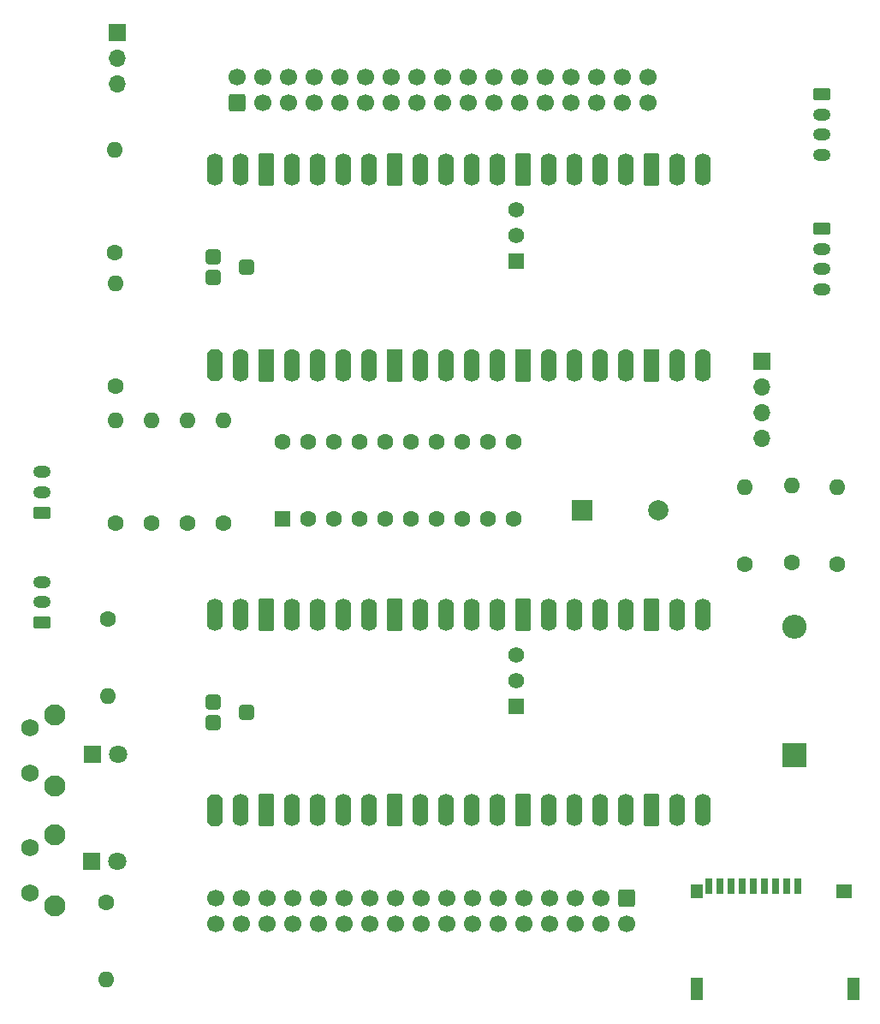
<source format=gbr>
%TF.GenerationSoftware,KiCad,Pcbnew,9.0.0*%
%TF.CreationDate,2025-03-10T21:28:12+01:00*%
%TF.ProjectId,X68KFDPI2,5836384b-4644-4504-9932-2e6b69636164,rev?*%
%TF.SameCoordinates,Original*%
%TF.FileFunction,Soldermask,Top*%
%TF.FilePolarity,Negative*%
%FSLAX46Y46*%
G04 Gerber Fmt 4.6, Leading zero omitted, Abs format (unit mm)*
G04 Created by KiCad (PCBNEW 9.0.0) date 2025-03-10 21:28:12*
%MOMM*%
%LPD*%
G01*
G04 APERTURE LIST*
G04 Aperture macros list*
%AMRoundRect*
0 Rectangle with rounded corners*
0 $1 Rounding radius*
0 $2 $3 $4 $5 $6 $7 $8 $9 X,Y pos of 4 corners*
0 Add a 4 corners polygon primitive as box body*
4,1,4,$2,$3,$4,$5,$6,$7,$8,$9,$2,$3,0*
0 Add four circle primitives for the rounded corners*
1,1,$1+$1,$2,$3*
1,1,$1+$1,$4,$5*
1,1,$1+$1,$6,$7*
1,1,$1+$1,$8,$9*
0 Add four rect primitives between the rounded corners*
20,1,$1+$1,$2,$3,$4,$5,0*
20,1,$1+$1,$4,$5,$6,$7,0*
20,1,$1+$1,$6,$7,$8,$9,0*
20,1,$1+$1,$8,$9,$2,$3,0*%
%AMFreePoly0*
4,1,25,1.935306,0.780194,1.989950,0.741421,2.341421,0.389950,2.388777,0.314585,2.400000,0.248529,2.400000,-0.248529,2.380194,-0.335306,2.341421,-0.389950,1.989950,-0.741421,1.914585,-0.788777,1.848529,-0.800000,-0.248529,-0.800000,-0.335306,-0.780194,-0.389950,-0.741421,-0.741421,-0.389950,-0.788777,-0.314585,-0.800000,-0.248529,-0.800000,0.248529,-0.780194,0.335306,-0.741421,0.389950,
-0.389950,0.741421,-0.314585,0.788777,-0.248529,0.800000,1.848529,0.800000,1.935306,0.780194,1.935306,0.780194,$1*%
%AMFreePoly1*
4,1,25,0.335306,0.780194,0.389950,0.741421,0.741421,0.389950,0.788777,0.314585,0.800000,0.248529,0.800000,-0.248529,0.780194,-0.335306,0.741421,-0.389950,0.389950,-0.741421,0.314585,-0.788777,0.248529,-0.800000,-0.248529,-0.800000,-0.335306,-0.780194,-0.389950,-0.741421,-0.741421,-0.389950,-0.788777,-0.314585,-0.800000,-0.248529,-0.800000,0.248529,-0.780194,0.335306,-0.741421,0.389950,
-0.389950,0.741421,-0.314585,0.788777,-0.248529,0.800000,0.248529,0.800000,0.335306,0.780194,0.335306,0.780194,$1*%
G04 Aperture macros list end*
%ADD10RoundRect,0.250000X0.625000X-0.350000X0.625000X0.350000X-0.625000X0.350000X-0.625000X-0.350000X0*%
%ADD11O,1.750000X1.200000*%
%ADD12C,1.600000*%
%ADD13O,1.600000X1.600000*%
%ADD14FreePoly0,90.000000*%
%ADD15FreePoly1,90.000000*%
%ADD16O,1.600000X3.200000*%
%ADD17RoundRect,0.200000X0.600000X-1.400000X0.600000X1.400000X-0.600000X1.400000X-0.600000X-1.400000X0*%
%ADD18RoundRect,0.200000X0.600000X-0.600000X0.600000X0.600000X-0.600000X0.600000X-0.600000X-0.600000X0*%
%ADD19R,1.574800X1.574800*%
%ADD20C,1.574800*%
%ADD21RoundRect,0.300000X0.450000X-0.450000X0.450000X0.450000X-0.450000X0.450000X-0.450000X-0.450000X0*%
%ADD22RoundRect,0.250000X-0.625000X0.350000X-0.625000X-0.350000X0.625000X-0.350000X0.625000X0.350000X0*%
%ADD23R,1.700000X1.700000*%
%ADD24O,1.700000X1.700000*%
%ADD25RoundRect,0.250000X0.550000X-0.550000X0.550000X0.550000X-0.550000X0.550000X-0.550000X-0.550000X0*%
%ADD26RoundRect,0.250000X-0.600000X0.600000X-0.600000X-0.600000X0.600000X-0.600000X0.600000X0.600000X0*%
%ADD27C,1.700000*%
%ADD28R,1.800000X1.800000*%
%ADD29C,1.800000*%
%ADD30R,2.400000X2.400000*%
%ADD31O,2.400000X2.400000*%
%ADD32RoundRect,0.250000X0.600000X-0.600000X0.600000X0.600000X-0.600000X0.600000X-0.600000X-0.600000X0*%
%ADD33C,2.100000*%
%ADD34C,1.750000*%
%ADD35R,2.000000X2.000000*%
%ADD36C,2.000000*%
%ADD37R,0.700000X1.600000*%
%ADD38R,1.200000X2.200000*%
%ADD39R,1.600000X1.400000*%
%ADD40R,1.200000X1.400000*%
G04 APERTURE END LIST*
D10*
%TO.C,J7*%
X72900000Y-94235000D03*
D11*
X72900000Y-92235000D03*
X72900000Y-90235000D03*
%TD*%
D12*
%TO.C,R2*%
X80125000Y-81775000D03*
D13*
X80125000Y-71615000D03*
%TD*%
D14*
%TO.C,U1*%
X89960000Y-80480000D03*
D15*
X89960000Y-78880000D03*
D16*
X92500000Y-79680000D03*
D12*
X92500000Y-78880000D03*
D17*
X95040000Y-79680000D03*
D18*
X95040000Y-78880000D03*
D16*
X97580000Y-79680000D03*
D12*
X97580000Y-78880000D03*
D16*
X100120000Y-79680000D03*
D12*
X100120000Y-78880000D03*
D16*
X102660000Y-79680000D03*
D12*
X102660000Y-78880000D03*
D16*
X105200000Y-79680000D03*
D12*
X105200000Y-78880000D03*
D17*
X107740000Y-79680000D03*
D18*
X107740000Y-78880000D03*
D16*
X110280000Y-79680000D03*
D12*
X110280000Y-78880000D03*
D16*
X112820000Y-79680000D03*
D12*
X112820000Y-78880000D03*
D16*
X115360000Y-79680000D03*
D12*
X115360000Y-78880000D03*
D16*
X117900000Y-79680000D03*
D12*
X117900000Y-78880000D03*
D17*
X120440000Y-79680000D03*
D18*
X120440000Y-78880000D03*
D16*
X122980000Y-79680000D03*
D12*
X122980000Y-78880000D03*
D16*
X125520000Y-79680000D03*
D12*
X125520000Y-78880000D03*
D16*
X128060000Y-79680000D03*
D12*
X128060000Y-78880000D03*
D16*
X130600000Y-79680000D03*
D12*
X130600000Y-78880000D03*
D17*
X133140000Y-79680000D03*
D18*
X133140000Y-78880000D03*
D16*
X135680000Y-79680000D03*
D12*
X135680000Y-78880000D03*
D16*
X138220000Y-79680000D03*
D12*
X138220000Y-78880000D03*
X138220000Y-61100000D03*
D16*
X138220000Y-60300000D03*
D12*
X135680000Y-61100000D03*
D16*
X135680000Y-60300000D03*
D18*
X133140000Y-61100000D03*
D17*
X133140000Y-60300000D03*
D12*
X130600000Y-61100000D03*
D16*
X130600000Y-60300000D03*
D12*
X128060000Y-61100000D03*
D16*
X128060000Y-60300000D03*
D12*
X125520000Y-61100000D03*
D16*
X125520000Y-60300000D03*
D12*
X122980000Y-61100000D03*
D16*
X122980000Y-60300000D03*
D18*
X120440000Y-61100000D03*
D17*
X120440000Y-60300000D03*
D12*
X117900000Y-61100000D03*
D16*
X117900000Y-60300000D03*
D12*
X115360000Y-61100000D03*
D16*
X115360000Y-60300000D03*
D12*
X112820000Y-61100000D03*
D16*
X112820000Y-60300000D03*
D12*
X110280000Y-61100000D03*
D16*
X110280000Y-60300000D03*
D18*
X107740000Y-61100000D03*
D17*
X107740000Y-60300000D03*
D12*
X105200000Y-61100000D03*
D16*
X105200000Y-60300000D03*
D12*
X102660000Y-61100000D03*
D16*
X102660000Y-60300000D03*
D12*
X100120000Y-61100000D03*
D16*
X100120000Y-60300000D03*
D12*
X97580000Y-61100000D03*
D16*
X97580000Y-60300000D03*
D18*
X95040000Y-61100000D03*
D17*
X95040000Y-60300000D03*
D12*
X92500000Y-61100000D03*
D16*
X92500000Y-60300000D03*
D12*
X89960000Y-61100000D03*
D16*
X89960000Y-60300000D03*
D19*
X119790000Y-69405800D03*
D20*
X119790000Y-66865800D03*
X119790000Y-64325800D03*
D21*
X93090000Y-69990000D03*
X89790000Y-68990000D03*
X89790000Y-70990000D03*
%TD*%
D12*
%TO.C,R7*%
X79400000Y-104765000D03*
D13*
X79400000Y-112385000D03*
%TD*%
D12*
%TO.C,R5*%
X87300000Y-95325000D03*
D13*
X87300000Y-85165000D03*
%TD*%
D22*
%TO.C,J4*%
X150000000Y-66150000D03*
D11*
X150000000Y-68150000D03*
X150000000Y-70150000D03*
X150000000Y-72150000D03*
%TD*%
D23*
%TO.C,J9*%
X144075000Y-79275000D03*
D24*
X144075000Y-81815000D03*
X144075000Y-84355000D03*
X144075000Y-86895000D03*
%TD*%
D12*
%TO.C,R1*%
X80075000Y-68555000D03*
D13*
X80075000Y-58395000D03*
%TD*%
D25*
%TO.C,U2*%
X96650000Y-94825000D03*
D12*
X99190000Y-94825000D03*
X101730000Y-94825000D03*
X104270000Y-94825000D03*
X106810000Y-94825000D03*
X109350000Y-94825000D03*
X111890000Y-94825000D03*
X114430000Y-94825000D03*
X116970000Y-94825000D03*
X119510000Y-94825000D03*
X119510000Y-87205000D03*
X116970000Y-87205000D03*
X114430000Y-87205000D03*
X111890000Y-87205000D03*
X109350000Y-87205000D03*
X106810000Y-87205000D03*
X104270000Y-87205000D03*
X101730000Y-87205000D03*
X99190000Y-87205000D03*
X96650000Y-87205000D03*
%TD*%
%TO.C,R8*%
X79275000Y-132825000D03*
D13*
X79275000Y-140445000D03*
%TD*%
D12*
%TO.C,R4*%
X83700000Y-95325000D03*
D13*
X83700000Y-85165000D03*
%TD*%
D12*
%TO.C,R3*%
X80200000Y-95325000D03*
D13*
X80200000Y-85165000D03*
%TD*%
D12*
%TO.C,R9*%
X142425000Y-99360000D03*
D13*
X142425000Y-91740000D03*
%TD*%
D26*
%TO.C,J1*%
X130685000Y-132385000D03*
D27*
X130685000Y-134925000D03*
X128145000Y-132385000D03*
X128145000Y-134925000D03*
X125605000Y-132385000D03*
X125605000Y-134925000D03*
X123065000Y-132385000D03*
X123065000Y-134925000D03*
X120525000Y-132385000D03*
X120525000Y-134925000D03*
X117985000Y-132385000D03*
X117985000Y-134925000D03*
X115445000Y-132385000D03*
X115445000Y-134925000D03*
X112905000Y-132385000D03*
X112905000Y-134925000D03*
X110365000Y-132385000D03*
X110365000Y-134925000D03*
X107825000Y-132385000D03*
X107825000Y-134925000D03*
X105285000Y-132385000D03*
X105285000Y-134925000D03*
X102745000Y-132385000D03*
X102745000Y-134925000D03*
X100205000Y-132385000D03*
X100205000Y-134925000D03*
X97665000Y-132385000D03*
X97665000Y-134925000D03*
X95125000Y-132385000D03*
X95125000Y-134925000D03*
X92585000Y-132385000D03*
X92585000Y-134925000D03*
X90045000Y-132385000D03*
X90045000Y-134925000D03*
%TD*%
D14*
%TO.C,RP1*%
X89960000Y-124480000D03*
D15*
X89960000Y-122880000D03*
D16*
X92500000Y-123680000D03*
D12*
X92500000Y-122880000D03*
D17*
X95040000Y-123680000D03*
D18*
X95040000Y-122880000D03*
D16*
X97580000Y-123680000D03*
D12*
X97580000Y-122880000D03*
D16*
X100120000Y-123680000D03*
D12*
X100120000Y-122880000D03*
D16*
X102660000Y-123680000D03*
D12*
X102660000Y-122880000D03*
D16*
X105200000Y-123680000D03*
D12*
X105200000Y-122880000D03*
D17*
X107740000Y-123680000D03*
D18*
X107740000Y-122880000D03*
D16*
X110280000Y-123680000D03*
D12*
X110280000Y-122880000D03*
D16*
X112820000Y-123680000D03*
D12*
X112820000Y-122880000D03*
D16*
X115360000Y-123680000D03*
D12*
X115360000Y-122880000D03*
D16*
X117900000Y-123680000D03*
D12*
X117900000Y-122880000D03*
D17*
X120440000Y-123680000D03*
D18*
X120440000Y-122880000D03*
D16*
X122980000Y-123680000D03*
D12*
X122980000Y-122880000D03*
D16*
X125520000Y-123680000D03*
D12*
X125520000Y-122880000D03*
D16*
X128060000Y-123680000D03*
D12*
X128060000Y-122880000D03*
D16*
X130600000Y-123680000D03*
D12*
X130600000Y-122880000D03*
D17*
X133140000Y-123680000D03*
D18*
X133140000Y-122880000D03*
D16*
X135680000Y-123680000D03*
D12*
X135680000Y-122880000D03*
D16*
X138220000Y-123680000D03*
D12*
X138220000Y-122880000D03*
X138220000Y-105100000D03*
D16*
X138220000Y-104300000D03*
D12*
X135680000Y-105100000D03*
D16*
X135680000Y-104300000D03*
D18*
X133140000Y-105100000D03*
D17*
X133140000Y-104300000D03*
D12*
X130600000Y-105100000D03*
D16*
X130600000Y-104300000D03*
D12*
X128060000Y-105100000D03*
D16*
X128060000Y-104300000D03*
D12*
X125520000Y-105100000D03*
D16*
X125520000Y-104300000D03*
D12*
X122980000Y-105100000D03*
D16*
X122980000Y-104300000D03*
D18*
X120440000Y-105100000D03*
D17*
X120440000Y-104300000D03*
D12*
X117900000Y-105100000D03*
D16*
X117900000Y-104300000D03*
D12*
X115360000Y-105100000D03*
D16*
X115360000Y-104300000D03*
D12*
X112820000Y-105100000D03*
D16*
X112820000Y-104300000D03*
D12*
X110280000Y-105100000D03*
D16*
X110280000Y-104300000D03*
D18*
X107740000Y-105100000D03*
D17*
X107740000Y-104300000D03*
D12*
X105200000Y-105100000D03*
D16*
X105200000Y-104300000D03*
D12*
X102660000Y-105100000D03*
D16*
X102660000Y-104300000D03*
D12*
X100120000Y-105100000D03*
D16*
X100120000Y-104300000D03*
D12*
X97580000Y-105100000D03*
D16*
X97580000Y-104300000D03*
D18*
X95040000Y-105100000D03*
D17*
X95040000Y-104300000D03*
D12*
X92500000Y-105100000D03*
D16*
X92500000Y-104300000D03*
D12*
X89960000Y-105100000D03*
D16*
X89960000Y-104300000D03*
D19*
X119790000Y-113405800D03*
D20*
X119790000Y-110865800D03*
X119790000Y-108325800D03*
D21*
X93090000Y-113990000D03*
X89790000Y-112990000D03*
X89790000Y-114990000D03*
%TD*%
D12*
%TO.C,R10*%
X147050000Y-99185000D03*
D13*
X147050000Y-91565000D03*
%TD*%
D12*
%TO.C,R11*%
X151500000Y-99360000D03*
D13*
X151500000Y-91740000D03*
%TD*%
D23*
%TO.C,J13*%
X80375000Y-46770000D03*
D24*
X80375000Y-49310000D03*
X80375000Y-51850000D03*
%TD*%
D28*
%TO.C,D3*%
X77785000Y-128750000D03*
D29*
X80325000Y-128750000D03*
%TD*%
D30*
%TO.C,D1*%
X147300000Y-118200000D03*
D31*
X147300000Y-105500000D03*
%TD*%
D32*
%TO.C,J2*%
X92220000Y-53715000D03*
D27*
X92220000Y-51175000D03*
X94760000Y-53715000D03*
X94760000Y-51175000D03*
X97300000Y-53715000D03*
X97300000Y-51175000D03*
X99840000Y-53715000D03*
X99840000Y-51175000D03*
X102380000Y-53715000D03*
X102380000Y-51175000D03*
X104920000Y-53715000D03*
X104920000Y-51175000D03*
X107460000Y-53715000D03*
X107460000Y-51175000D03*
X110000000Y-53715000D03*
X110000000Y-51175000D03*
X112540000Y-53715000D03*
X112540000Y-51175000D03*
X115080000Y-53715000D03*
X115080000Y-51175000D03*
X117620000Y-53715000D03*
X117620000Y-51175000D03*
X120160000Y-53715000D03*
X120160000Y-51175000D03*
X122700000Y-53715000D03*
X122700000Y-51175000D03*
X125240000Y-53715000D03*
X125240000Y-51175000D03*
X127780000Y-53715000D03*
X127780000Y-51175000D03*
X130320000Y-53715000D03*
X130320000Y-51175000D03*
X132860000Y-53715000D03*
X132860000Y-51175000D03*
%TD*%
D33*
%TO.C,SW1*%
X74175000Y-121250000D03*
X74175000Y-114240000D03*
D34*
X71685000Y-120000000D03*
X71685000Y-115500000D03*
%TD*%
D10*
%TO.C,J8*%
X72900000Y-105110000D03*
D11*
X72900000Y-103110000D03*
X72900000Y-101110000D03*
%TD*%
D35*
%TO.C,BZ1*%
X126275000Y-93975000D03*
D36*
X133875000Y-93975000D03*
%TD*%
D37*
%TO.C,J11*%
X147650032Y-131200045D03*
X146550032Y-131200045D03*
X145450032Y-131200045D03*
X144350032Y-131200045D03*
X143250032Y-131200045D03*
X142150032Y-131200045D03*
X141050032Y-131200045D03*
X139950032Y-131200045D03*
X138850032Y-131200045D03*
D38*
X153150032Y-141300045D03*
D39*
X152250032Y-131700045D03*
D38*
X137650032Y-141300045D03*
D40*
X137650032Y-131700045D03*
%TD*%
D33*
%TO.C,SW2*%
X74175000Y-133135000D03*
X74175000Y-126125000D03*
D34*
X71685000Y-131885000D03*
X71685000Y-127385000D03*
%TD*%
D22*
%TO.C,J3*%
X150000000Y-52875000D03*
D11*
X150000000Y-54875000D03*
X150000000Y-56875000D03*
X150000000Y-58875000D03*
%TD*%
D28*
%TO.C,D2*%
X77860000Y-118150000D03*
D29*
X80400000Y-118150000D03*
%TD*%
D12*
%TO.C,R6*%
X90875000Y-95325000D03*
D13*
X90875000Y-85165000D03*
%TD*%
M02*

</source>
